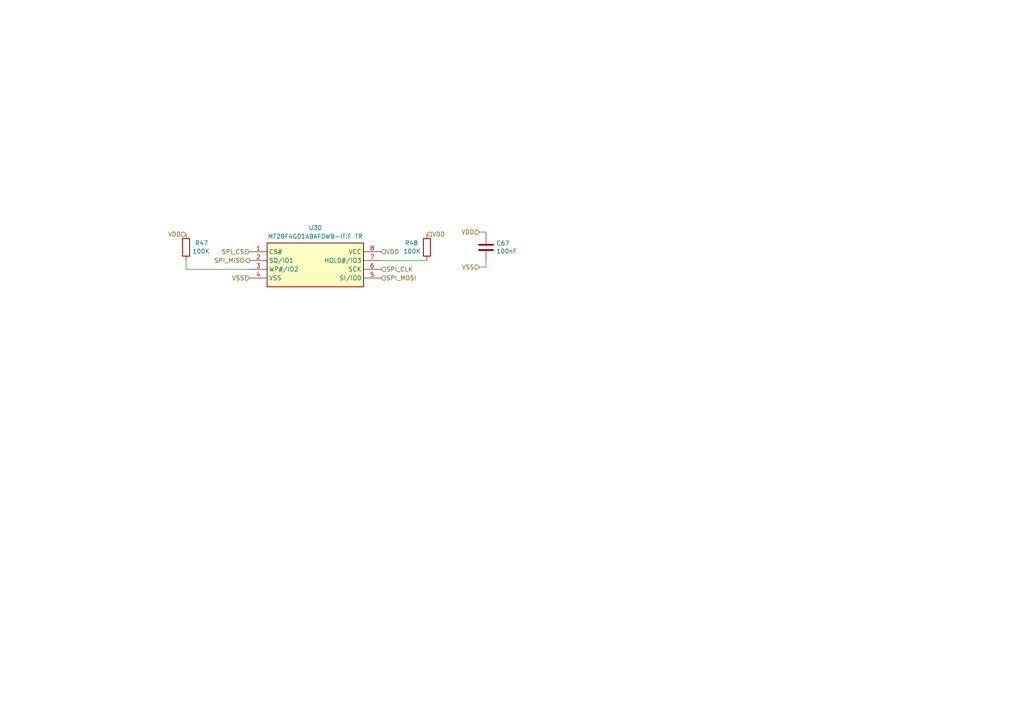
<source format=kicad_sch>
(kicad_sch (version 20231120) (generator "eeschema") (generator_version "8.0")
  (paper "A4")
  (lib_symbols
    (symbol "Common:MT29F4G01ABAFDWB-IT{colon}F"
      (property "Reference" "U" (at 34.29 7.62 0))
      (property "Value" "MT29F4G01ABAFDWB-IT{colon}F" (at 34.29 5.08 0))
      (symbol "MT29F4G01ABAFDWB-IT{colon}F_1_1"
        (rectangle (start 5.08 2.54) (end 33.02 -10.16) (stroke (width 0.254)) (fill (type background)))
        (pin input line (at 0 0 0) (length 5.08) (name "CS#") (number "1"))
        (pin open_collector line (at 0 -2.54 0) (length 5.08) (name "SO/IO1") (number "2"))
        (pin passive line (at 0 -5.08 0) (length 5.08) (name "WP#/IO2") (number "3"))
        (pin power_in line (at 0 -7.62 0) (length 5.08) (name "VSS") (number "4"))
        (pin input line (at 38.1 -7.62 180) (length 5.08) (name "SI/IO0") (number "5"))
        (pin input line (at 38.1 -5.08 180) (length 5.08) (name "SCK") (number "6"))
        (pin passive line (at 38.1 -2.54 180) (length 5.08) (name "HOLD#/IO3") (number "7"))
        (pin power_in line (at 38.1 0 180) (length 5.08) (name "VCC") (number "8"))
      )
    )
    (symbol "Device:C" (pin_numbers hide) (pin_names (offset 0.254))
      (property "Reference" "C" (at 0.635 2.54 0))
      (property "Value" "C" (at 0.635 -2.54 0))
      (symbol "C_0_1"
        (polyline (pts (xy -2.032 -0.762) (xy 2.032 -0.762)) (stroke (width 0.508)))
        (polyline (pts (xy -2.032 0.762) (xy 2.032 0.762)) (stroke (width 0.508)))
      )
      (symbol "C_1_1"
        (pin passive line (at 0 3.81 270) (length 2.794) (name "~") (number "1"))
        (pin passive line (at 0 -3.81 90) (length 2.794) (name "~") (number "2"))
      )
    )
    (symbol "Device:R" (pin_numbers hide) (pin_names (offset 0))
      (property "Reference" "R" (at 2.032 0 90))
      (property "Value" "R" (at 0 0 90))
      (symbol "R_0_1"
        (rectangle (start -1.016 -2.54) (end 1.016 2.54) (stroke (width 0.254)))
      )
      (symbol "R_1_1"
        (pin passive line (at 0 3.81 270) (length 1.27) (name "~") (number "1"))
        (pin passive line (at 0 -3.81 90) (length 1.27) (name "~") (number "2"))
      )
    )
  )
  (wire (pts (xy 140.97 75.565) (xy 140.97 77.47)))
  (wire (pts (xy 140.97 77.47) (xy 139.065 77.47)))
  (wire (pts (xy 139.065 67.31) (xy 140.97 67.31)))
  (wire (pts (xy 123.825 75.565) (xy 110.49 75.565)))
  (wire (pts (xy 53.975 78.105) (xy 72.39 78.105)))
  (wire (pts (xy 53.975 78.105) (xy 53.975 75.565)))
  (wire (pts (xy 140.97 67.31) (xy 140.97 67.945)))
  (hierarchical_label "SPI_CLK" (shape input) (at 110.49 78.105 0))
  (hierarchical_label "VDD" (shape input) (at 139.065 67.31 180))
  (hierarchical_label "SPI_MISO" (shape output) (at 72.39 75.565 180))
  (hierarchical_label "SPI_CS" (shape input) (at 72.39 73.025 180))
  (hierarchical_label "VSS" (shape input) (at 139.065 77.47 180))
  (hierarchical_label "VDD" (shape input) (at 123.825 67.945 0))
  (hierarchical_label "SPI_MOSI" (shape input) (at 110.49 80.645 0))
  (hierarchical_label "VDD" (shape input) (at 110.49 73.025 0))
  (hierarchical_label "VDD" (shape input) (at 53.975 67.945 180))
  (hierarchical_label "VSS" (shape input) (at 72.39 80.645 180))
  (symbol (lib_id "Device:C") (at 140.97 71.755 0) (unit 1)
    (property "Reference" "C67" (at 143.891 70.5866 0) (effects (justify left)))
    (property "Value" "100nF" (at 143.891 72.898 0) (effects (justify left)))
    (property "Footprint" "Capacitor_SMD:C_0402_1005Metric_Pad0.74x0.62mm_HandSolder" (effects (hide yes)))
    (property "Datasheet" "https://search.murata.co.jp/Ceramy/image/img/A01X/G101/ENG/GRM155R61E104KA87-01.pdf" (effects (hide yes)))
    (property "Voltage" "25" (effects (hide yes)))
    (property "Manufacturer" "Murata" (effects (hide yes)))
    (property "Part Number" "GRM155R61E104KA87D" (effects (hide yes)))
    (property "Tolerance" "10" (effects (hide yes)))
    (instances (project "sci_board" (path "" (reference "C67") (unit 1)) (path "" (reference "C60") (unit 1))))
  )
  (symbol (lib_id "Common:MT29F4G01ABAFDWB-IT{colon}F") (at 72.39 73.025 0) (unit 1)
    (property "Reference" "U30" (at 91.44 66.04 0))
    (property "Value" "MT29F4G01ABAFDWB-IT:F TR" (at 91.44 68.58 0))
    (property "Footprint" "Common:DFN800X600X65-8N" (effects (hide yes)))
    (property "Datasheet" "https://www.farnell.com/datasheets/3151403.pdf" (effects (hide yes)))
    (property "Description" "NAND Flash SLC 4G 4GX1 UPDFN IT M70A" (effects (hide yes)))
    (property "Note" "4Gbit" (effects (hide yes)))
    (property "Manufacturer" "Mircon Technology" (effects (hide yes)))
    (property "Part Number" "MT29F4G01ABAFDWB-IT:F TR" (effects (hide yes)))
    (instances (project "sci_board" (path "" (reference "U30") (unit 1)) (path "" (reference "U27") (unit 1))))
  )
  (symbol (lib_id "Device:R") (at 53.975 71.755 0) (unit 1)
    (property "Reference" "R47" (at 56.515 70.485 0) (effects (justify left)))
    (property "Value" "100K" (at 55.753 72.898 0) (effects (justify left)))
    (property "Footprint" "Resistor_SMD:R_0402_1005Metric_Pad0.72x0.64mm_HandSolder" (effects (hide yes)))
    (property "Datasheet" "https://www.yageo.com/upload/media/product/products/datasheet/rchip/PYu-RC_Group_51_RoHS_L_12.pdf" (effects (hide yes)))
    (property "Manufacturer" "YAGEO" (effects (hide yes)))
    (property "Note" "generic pullup/down" (effects (hide yes)))
    (property "Part Number" "RC0402FR-07100KL" (effects (hide yes)))
    (property "Tolerance" "1" (effects (hide yes)))
    (instances (project "sci_board" (path "" (reference "R47") (unit 1)) (path "" (reference "R38") (unit 1))))
  )
  (symbol (lib_id "Device:R") (at 123.825 71.755 0) (mirror y) (unit 1)
    (property "Reference" "R48" (at 121.285 70.485 0) (effects (justify left)))
    (property "Value" "100K" (at 122.047 72.898 0) (effects (justify left)))
    (property "Footprint" "Resistor_SMD:R_0402_1005Metric_Pad0.72x0.64mm_HandSolder" (effects (hide yes)))
    (property "Datasheet" "https://www.yageo.com/upload/media/product/products/datasheet/rchip/PYu-RC_Group_51_RoHS_L_12.pdf" (effects (hide yes)))
    (property "Manufacturer" "YAGEO" (effects (hide yes)))
    (property "Note" "generic pullup/down" (effects (hide yes)))
    (property "Part Number" "RC0402FR-07100KL" (effects (hide yes)))
    (property "Tolerance" "1" (effects (hide yes)))
    (instances (project "sci_board" (path "" (reference "R48") (unit 1)) (path "" (reference "R39") (unit 1))))
  )
)
</source>
